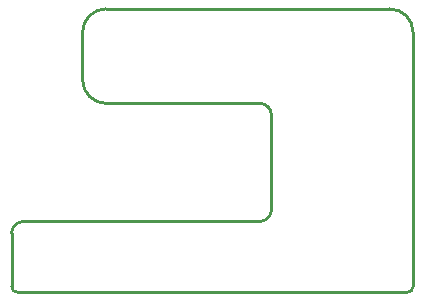
<source format=gm1>
G04*
G04 #@! TF.GenerationSoftware,Altium Limited,Altium Designer,22.0.2 (36)*
G04*
G04 Layer_Color=16711935*
%FSLAX25Y25*%
%MOIN*%
G70*
G04*
G04 #@! TF.SameCoordinates,5C43ECB9-E52E-4D68-B8B3-2A23C74EF960*
G04*
G04*
G04 #@! TF.FilePolarity,Positive*
G04*
G01*
G75*
%ADD12C,0.01000*%
D12*
X-62992Y23622D02*
G03*
X-66929Y19685I0J-3937D01*
G01*
Y1969D02*
G03*
X-64961Y-0I1969J-0D01*
G01*
X64961D02*
G03*
X66929Y1969I-0J1969D01*
G01*
Y86614D02*
G03*
X59055Y94488I-7874J0D01*
G01*
X-35433Y94488D02*
G03*
X-43307Y86614I-0J-7874D01*
G01*
Y70866D02*
G03*
X-35433Y62992I7874J0D01*
G01*
X19685Y59055D02*
G03*
X15748Y62992I-3937J0D01*
G01*
Y23622D02*
G03*
X19685Y27559I0J3937D01*
G01*
X-66929Y1969D02*
Y19685D01*
X-64961Y0D02*
X64961D01*
X66929Y1969D02*
Y86614D01*
X-35433Y94488D02*
X59055D01*
X-43307Y70866D02*
Y86614D01*
X-35433Y62992D02*
X15748D01*
X19685Y27559D02*
Y59055D01*
X-62992Y23622D02*
X15748D01*
M02*

</source>
